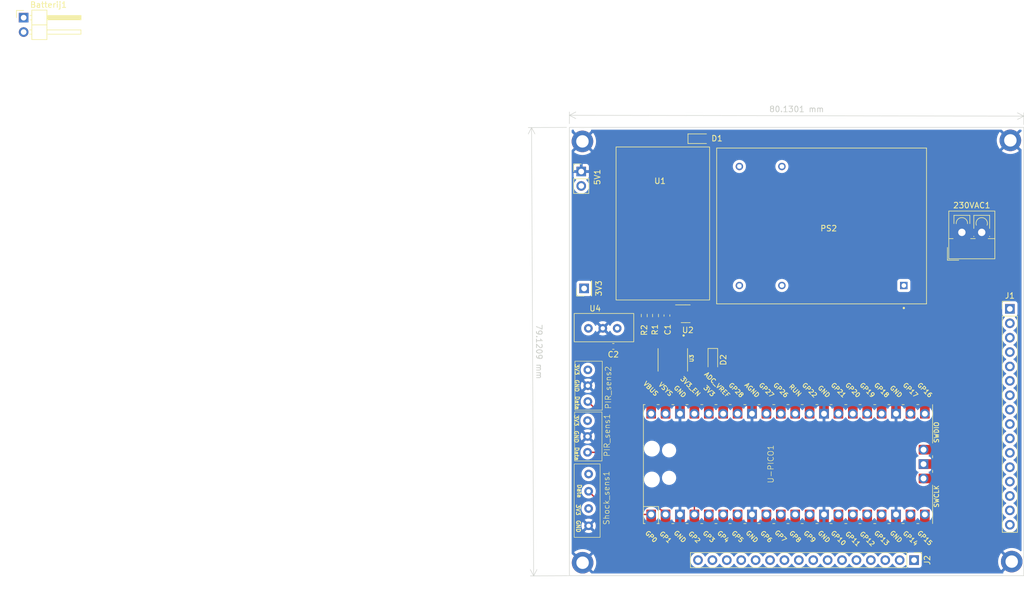
<source format=kicad_pcb>
(kicad_pcb (version 20221018) (generator pcbnew)
  (layers (0 "F.Cu" mixed "Signal&Power1") (1 "In1.Cu" mixed "GND1") (2 "In2.Cu" mixed "Signal&Power2") (31 "B.Cu" mixed "GND2") (34 "B.Paste" user) (35 "F.Paste" user) (36 "B.SilkS" user "B.Silkscreen") (37 "F.SilkS" user "F.Silkscreen") (38 "B.Mask" user) (39 "F.Mask" user) (44 "Edge.Cuts" user))
  (net 0 "")
  (net 1 "3V3")
  (net 2 "+5V")
  (net 3 "BAT+")
  (net 4 "Net-(U2-VDD)")
  (net 5 "VBUS")
  (net 6 "RUN")
  (net 7 "ADC VREF")
  (net 8 "3V3 OUT")
  (net 9 "3V3 EN")
  (net 10 "GP28")
  (net 11 "GP27")
  (net 12 "GP26")
  (net 13 "GP22")
  (net 14 "GP21")
  (net 15 "GP20")
  (net 16 "GP19")
  (net 17 "GP18")
  (net 18 "GP17")
  (net 19 "GP16")
  (net 20 "GP15")
  (net 21 "GP14")
  (net 22 "GP13")
  (net 23 "GP12")
  (net 24 "GP11")
  (net 25 "GP10")
  (net 26 "GP9")
  (net 27 "GP8")
  (net 28 "GP7")
  (net 29 "GP6")
  (net 30 "GP5")
  (net 31 "GP4")
  (net 32 "GP3")
  (net 33 "GP2")
  (net 34 "GP1")
  (net 35 "GP0")
  (net 36 "P-")
  (net 37 "Net-(U2-VM)")
  (net 39 "Net-(U2-DO)")
  (net 40 "Net-(U2-CO)")
  (net 41 "OUT+")
  (net 42 "Net-(U3-Pad5)")
  (net 44 "Net-(230VAC1-Pin_2)")
  (net 45 "Net-(230VAC1-Pin_1)")
  (net 46 "GND")
  (net 47 "Net-(D1-A1)")
  (net 48 "Net-(D1-A2)")
  (footprint "LDO:LDO- TO220FP" (layer "F.Cu") (at 180.75 100.94)
    (fp_text reference "U4" (at -3.8 4.12 unlocked) (layer "F.SilkS"))
    (fp_text value "~")
    (fp_rect (start -7.5 5) (end 3 10) (stroke (width 0.12)) (fill none) (layer "F.SilkS"))
    (pad "1" thru_hole circle (at -5 7.62) (size 1.524 1.524) (drill 0.762) (layers "*.Cu" "*.Mask") (net 41 "OUT+"))
    (pad "2" thru_hole circle (at -2.46 7.62) (size 1.524 1.524) (drill 0.762) (layers "*.Cu" "*.Mask") (net 46 "GND"))
    (pad "3" thru_hole circle (at 0.08 7.62) (size 1.524 1.524) (drill 0.762) (layers "*.Cu" "*.Mask") (net 1 "3V3"))
  )
  (footprint "Package_TO_SOT_SMD:SOT-23-5" (layer "F.Cu") (at 192.9075 105.99)
    (fp_text reference "U2" (at 0.3825 2.89) (layer "F.SilkS"))
    (fp_text value "AP9101CK" hide)
    (fp_line (start 0 -1.56) (end -1.8 -1.56) (stroke (width 0.12)) (layer "F.SilkS"))
    (fp_line (start 0 -1.56) (end 0.8 -1.56) (stroke (width 0.12)) (layer "F.SilkS"))
    (fp_line (start 0 1.56) (end -0.8 1.56) (stroke (width 0.12)) (layer "F.SilkS"))
    (fp_line (start 0 1.56) (end 0.8 1.56) (stroke (width 0.12)) (layer "F.SilkS"))
    (pad "1" smd roundrect (at -1.1375 -0.95) (size 1.325 0.6) (layers "F.Cu" "F.Paste" "F.Mask") (net 37 "Net-(U2-VM)"))
    (pad "2" smd roundrect (at -1.1375 0) (size 1.325 0.6) (layers "F.Cu" "F.Paste" "F.Mask") (net 4 "Net-(U2-VDD)"))
    (pad "3" smd roundrect (at -1.1375 0.95) (size 1.325 0.6) (layers "F.Cu" "F.Paste" "F.Mask") (net 46 "GND"))
    (pad "4" smd roundrect (at 1.1375 0.95) (size 1.325 0.6) (layers "F.Cu" "F.Paste" "F.Mask") (net 39 "Net-(U2-DO)"))
    (pad "5" smd roundrect (at 1.1375 -0.95) (size 1.325 0.6) (layers "F.Cu" "F.Paste" "F.Mask") (net 40 "Net-(U2-CO)"))
  )
  (footprint "MountingHole:MountingHole_2.2mm_M2_DIN965_Pad" (layer "F.Cu") (at 174.7 75.57)
    (fp_text reference "H1" hide)
    (fp_text value "MountingHole_Pad" hide)
    (pad "1" thru_hole circle (at 0 0) (size 3.8 3.8) (drill 2.2) (layers "*.Cu" "*.Mask") (net 46 "GND"))
  )
  (footprint "TMPW_5-105:CONV_TMPW_5-105" (layer "F.Cu") (at 216.875 90.5)
    (fp_text reference "PS2" (at 1.25 0.43) (layer "F.SilkS"))
    (fp_text value "TMPW_5-105")
    (fp_line (start -18.5 13.75) (end -18.5 -13.75) (stroke (width 0.127)) (layer "F.SilkS"))
    (fp_line (start 18.5 -13.75) (end -18.5 -13.75) (stroke (width 0.127)) (layer "F.SilkS"))
    (fp_line (start 18.5 13.75) (end -18.5 13.75) (stroke (width 0.127)) (layer "F.SilkS"))
    (fp_line (start 18.5 13.75) (end 18.5 -13.75) (stroke (width 0.127)) (layer "F.SilkS"))
    (fp_circle (center 14.5 14.478) (end 14.6 14.478) (stroke (width 0.2)) (fill none) (layer "F.SilkS"))
    (pad "1" thru_hole rect (at 14.5 10.5) (size 1.308 1.308) (drill 0.8) (layers "*.Cu" "*.Mask"))
    (pad "2" thru_hole circle (at -7 10.5) (size 1.308 1.308) (drill 0.8) (layers "*.Cu" "*.Mask") (net 48 "Net-(D1-A2)"))
    (pad "3" thru_hole circle (at -14.5 10.5) (size 1.308 1.308) (drill 0.8) (layers "*.Cu" "*.Mask") (net 47 "Net-(D1-A1)"))
    (pad "4" thru_hole circle (at -14.5 -10.5) (size 1.308 1.308) (drill 0.8) (layers "*.Cu" "*.Mask") (net 44 "Net-(230VAC1-Pin_2)"))
    (pad "5" thru_hole circle (at -7 -10.5) (size 1.308 1.308) (drill 0.8) (layers "*.Cu" "*.Mask") (net 45 "Net-(230VAC1-Pin_1)"))
  )
  (footprint "TerminalBlock_4Ucon:TerminalBlock_4Ucon_1x02_P3.50mm_Vertical" (layer "F.Cu") (at 241.61 91.625)
    (fp_text reference "230VAC1" (at 1.75 -4.76) (layer "F.SilkS"))
    (fp_text value "Screw_Terminal_01x02")
    (fp_line (start -2.55 2.66) (end -2.55 4.9) (stroke (width 0.12)) (layer "F.SilkS"))
    (fp_line (start -2.55 4.9) (end -0.55 4.9) (stroke (width 0.12)) (layer "F.SilkS"))
    (fp_line (start -2.31 -3.76) (end -2.31 4.66) (stroke (width 0.12)) (layer "F.SilkS"))
    (fp_line (start -2.31 -3.76) (end 5.81 -3.76) (stroke (width 0.12)) (layer "F.SilkS"))
    (fp_line (start -2.31 1.101) (end -1.54 1.101) (stroke (width 0.12)) (layer "F.SilkS"))
    (fp_line (start -2.31 4.66) (end 5.81 4.66) (stroke (width 0.12)) (layer "F.SilkS"))
    (fp_line (start -1.4 -3) (end -1.4 -1.54) (stroke (width 0.12)) (layer "F.SilkS"))
    (fp_line (start -1.4 -3) (end 1.4 -3) (stroke (width 0.12)) (layer "F.SilkS"))
    (fp_line (start 1.4 -3) (end 1.4 -1.54) (stroke (width 0.12)) (layer "F.SilkS"))
    (fp_line (start 1.54 1.101) (end 2.367 1.101) (stroke (width 0.12)) (layer "F.SilkS"))
    (fp_line (start 2.1 -3) (end 2.1 -0.689) (stroke (width 0.12)) (layer "F.SilkS"))
    (fp_line (start 2.1 -3) (end 4.9 -3) (stroke (width 0.12)) (layer "F.SilkS"))
    (fp_line (start 2.1 0.689) (end 2.1 0.75) (stroke (width 0.12)) (layer "F.SilkS"))
    (fp_line (start 2.1 0.75) (end 2.101 0.75) (stroke (width 0.12)) (layer "F.SilkS"))
    (fp_line (start 4.634 1.101) (end 5.81 1.101) (stroke (width 0.12)) (layer "F.SilkS"))
    (fp_line (start 4.9 -3) (end 4.9 -0.689) (stroke (width 0.12)) (layer "F.SilkS"))
    (fp_line (start 4.9 0.689) (end 4.9 0.75) (stroke (width 0.12)) (layer "F.SilkS"))
    (fp_line (start 4.9 0.75) (end 4.9 0.75) (stroke (width 0.12)) (layer "F.SilkS"))
    (fp_line (start 5.81 -3.76) (end 5.81 4.66) (stroke (width 0.12)) (layer "F.SilkS"))
    (fp_arc (start -0.99789 -1.529434) (mid -0.000785 -2.600382) (end 0.998 -1.531) (stroke (width 0.12)) (layer "F.SilkS"))
    (fp_arc (start 2.560085 -1.257767) (mid 3.499876 -2.600282) (end 4.44 -1.258) (stroke (width 0.12)) (layer "F.SilkS"))
    (pad "1" thru_hole rect (at 0 0) (size 2.6 2.6) (drill 1.3) (layers "*.Cu" "*.Mask") (net 45 "Net-(230VAC1-Pin_1)"))
    (pad "2" thru_hole circle (at 3.5 0) (size 2.6 2.6) (drill 1.3) (layers "*.Cu" "*.Mask") (net 44 "Net-(230VAC1-Pin_2)"))
  )
  (footprint "Diode_SMD:D_SOD-323_HandSoldering" (layer "F.Cu") (at 195.325 75.1)
    (fp_text reference "D1" (at 3.1 -0.05) (layer "F.SilkS"))
    (fp_text value "ESD9B3.3ST5G" hide)
    (fp_line (start -2.01 -0.85) (end -2.01 0.85) (stroke (width 0.12)) (layer "F.SilkS"))
    (fp_line (start -2.01 -0.85) (end 1.25 -0.85) (stroke (width 0.12)) (layer "F.SilkS"))
    (fp_line (start -2.01 0.85) (end 1.25 0.85) (stroke (width 0.12)) (layer "F.SilkS"))
    (pad "1" smd roundrect (at -1.25 0) (size 1 1) (layers "F.Cu" "F.Paste" "F.Mask") (net 47 "Net-(D1-A1)"))
    (pad "2" smd roundrect (at 1.25 0) (size 1 1) (layers "F.Cu" "F.Paste" "F.Mask") (net 48 "Net-(D1-A2)"))
  )
  (footprint "Capacitor_SMD:C_0603_1608Metric" (layer "F.Cu") (at 189.6 106.305 -90)
    (fp_text reference "C1" (at 2.485 -0.14 90) (layer "F.SilkS"))
    (fp_text value "100n" hide)
    (fp_line (start -0.14058 -0.51) (end 0.14058 -0.51) (stroke (width 0.12)) (layer "F.SilkS"))
    (fp_line (start -0.14058 0.51) (end 0.14058 0.51) (stroke (width 0.12)) (layer "F.SilkS"))
    (pad "1" smd roundrect (at -0.775 0 270) (size 0.9 0.95) (layers "F.Cu" "F.Paste" "F.Mask") (net 4 "Net-(U2-VDD)"))
    (pad "2" smd roundrect (at 0.775 0 270) (size 0.9 0.95) (layers "F.Cu" "F.Paste" "F.Mask") (net 46 "GND"))
  )
  (footprint "Connector_PinHeader_2.54mm:PinHeader_1x01_P2.54mm_Vertical" (layer "F.Cu") (at 175 101.52 90)
    (fp_text reference "3V3" (at 0.01 2.59 90) (layer "F.SilkS"))
    (fp_text value "Conn_01x01_Socket" hide)
    (fp_line (start -1.33 -1.33) (end 0 -1.33) (stroke (width 0.12)) (layer "F.SilkS"))
    (fp_line (start -1.33 0) (end -1.33 -1.33) (stroke (width 0.12)) (layer "F.SilkS"))
    (fp_line (start -1.33 1.27) (end -1.33 1.33) (stroke (width 0.12)) (layer "F.SilkS"))
    (fp_line (start -1.33 1.27) (end 1.33 1.27) (stroke (width 0.12)) (layer "F.SilkS"))
    (fp_line (start -1.33 1.33) (end 1.33 1.33) (stroke (width 0.12)) (layer "F.SilkS"))
    (fp_line (start 1.33 1.27) (end 1.33 1.33) (stroke (width 0.12)) (layer "F.SilkS"))
    (pad "1" thru_hole rect (at 0 0 90) (size 1.7 1.7) (drill 1) (layers "*.Cu" "*.Mask") (net 1 "3V3"))
  )
  (footprint "MountingHole:MountingHole_2.2mm_M2_DIN965_Pad" (layer "F.Cu") (at 250.16 75.39)
    (fp_text reference "H3" hide)
    (fp_text value "MountingHole_Pad" hide)
    (pad "1" thru_hole circle (at 0 0) (size 3.8 3.8) (drill 2.2) (layers "*.Cu" "*.Mask") (net 46 "GND"))
  )
  (footprint "Capacitor_SMD:C_0603_1608Metric" (layer "F.Cu") (at 180.145 111.75 180)
    (fp_text reference "C2" (at 0 -1.43) (layer "F.SilkS"))
    (fp_text value "100n" hide)
    (fp_line (start -0.14058 -0.51) (end 0.14058 -0.51) (stroke (width 0.12)) (layer "F.SilkS"))
    (fp_line (start -0.14058 0.51) (end 0.14058 0.51) (stroke (width 0.12)) (layer "F.SilkS"))
    (pad "1" smd roundrect (at -0.775 0 180) (size 0.9 0.95) (layers "F.Cu" "F.Paste" "F.Mask") (net 1 "3V3"))
    (pad "2" smd roundrect (at 0.775 0 180) (size 0.9 0.95) (layers "F.Cu" "F.Paste" "F.Mask") (net 46 "GND"))
  )
  (footprint "Connector_PinHeader_2.54mm:PinHeader_1x16_P2.54mm_Vertical" (layer "F.Cu") (at 233.18 149.47 -90)
    (fp_text reference "J2" (at 0 -2.33 90) (layer "F.SilkS"))
    (fp_text value "Conn_01x16_Socket")
    (fp_line (start -1.33 -1.33) (end 0 -1.33) (stroke (width 0.12)) (layer "F.SilkS"))
    (fp_line (start -1.33 0) (end -1.33 -1.33) (stroke (width 0.12)) (layer "F.SilkS"))
    (fp_line (start -1.33 1.27) (end -1.33 39.43) (stroke (width 0.12)) (layer "F.SilkS"))
    (fp_line (start -1.33 1.27) (end 1.33 1.27) (stroke (width 0.12)) (layer "F.SilkS"))
    (fp_line (start -1.33 39.43) (end 1.33 39.43) (stroke (width 0.12)) (layer "F.SilkS"))
    (fp_line (start 1.33 1.27) (end 1.33 39.43) (stroke (width 0.12)) (layer "F.SilkS"))
    (pad "1" thru_hole rect (at 0 0 270) (size 1.7 1.7) (drill 1) (layers "*.Cu" "*.Mask") (net 20 "GP15"))
    (pad "2" thru_hole oval (at 0 2.54 270) (size 1.7 1.7) (drill 1) (layers "*.Cu" "*.Mask") (net 21 "GP14"))
    (pad "3" thru_hole oval (at 0 5.08 270) (size 1.7 1.7) (drill 1) (layers "*.Cu" "*.Mask") (net 22 "GP13"))
    (pad "4" thru_hole oval (at 0 7.62 270) (size 1.7 1.7) (drill 1) (layers "*.Cu" "*.Mask") (net 23 "GP12"))
    (pad "5" thru_hole oval (at 0 10.16 270) (size 1.7 1.7) (drill 1) (layers "*.Cu" "*.Mask") (net 24 "GP11"))
    (pad "6" thru_hole oval (at 0 12.7 270) (size 1.7 1.7) (drill 1) (layers "*.Cu" "*.Mask") (net 25 "GP10"))
    (pad "7" thru_hole oval (at 0 15.24 270) (size 1.7 1.7) (drill 1) (layers "*.Cu" "*.Mask") (net 26 "GP9"))
    (pad "8" thru_hole oval (at 0 17.78 270) (size 1.7 1.7) (drill 1) (layers "*.Cu" "*.Mask") (net 27 "GP8"))
    (pad "9" thru_hole oval (at 0 20.32 270) (size 1.7 1.7) (drill 1) (layers "*.Cu" "*.Mask") (net 28 "GP7"))
    (pad "10" thru_hole oval (at 0 22.86 270) (size 1.7 1.7) (drill 1) (layers "*.Cu" "*.Mask") (net 29 "GP6"))
    (pad "11" thru_hole oval (at 0 25.4 270) (size 1.7 1.7) (drill 1) (layers "*.Cu" "*.Mask") (net 30 "GP5"))
    (pad "12" thru_hole oval (at 0 27.94 270) (size 1.7 1.7) (drill 1) (layers "*.Cu" "*.Mask") (net 31 "GP4"))
    (pad "13" thru_hole oval (at 0 30.48 270) (size 1.7 1.7) (drill 1) (layers "*.Cu" "*.Mask") (net 32 "GP3"))
    (pad "14" thru_hole oval (at 0 33.02 270) (size 1.7 1.7) (drill 1) (layers "*.Cu" "*.Mask") (net 33 "GP2"))
    (pad "15" thru_hole oval (at 0 35.56 270) (size 1.7 1.7) (drill 1) (layers "*.Cu" "*.Mask") (net 34 "GP1"))
    (pad "16" thru_hole oval (at 0 38.1 270) (size 1.7 1.7) (drill 1) (layers "*.Cu" "*.Mask") (net 35 "GP0"))
  )
  (footprint "Pico footprint:PICO" (layer "F.Cu") (at 208.41 132.52 90)
    (fp_text reference "U-PICO1" (at 0 -0.5 90 unlocked) (layer "F.SilkS") (effects (font (thickness 0.1))))
    (fp_text value "~")
    (fp_text user "GP3" (at -12.8 -11.43 135) (layer "F.SilkS") (effects (font (size 0.8 0.8))))
    (fp_text user "3V3" (at 12.9 -11.36 135) (layer "F.SilkS") (effects (font (size 0.8 0.8))))
    (fp_text user "VSYS" (at 13.2 -19.05 135) (layer "F.SilkS") (effects (font (size 0.8 0.8))))
    (fp_text user "GP16" (at 13.054 26.67 135) (layer "F.SilkS") (effects (font (size 0.8 0.8))))
    (fp_text user "SWDIO" (at 5.6 28.74 90) (layer "F.SilkS") (effects (font (size 0.8 0.8))))
    (fp_text user "GP2" (at -12.9 -13.97 135) (layer "F.SilkS") (effects (font (size 0.8 0.8))))
    (fp_text user "GP0" (at -12.8 -21.59 135) (layer "F.SilkS") (effects (font (size 0.8 0.8))))
    (fp_text user "GP7" (at -12.7 1.24 135) (layer "F.SilkS") (effects (font (size 0.8 0.8))))
    (fp_text user "GP27" (at 13.054 -1.26 135) (layer "F.SilkS") (effects (font (size 0.8 0.8))))
    (fp_text user "GND" (at -12.8 -16.51 135) (layer "F.SilkS") (effects (font (size 0.8 0.8))))
    (fp_text user "SWCLK" (at -5.7 28.74 90) (layer "F.SilkS") (effects (font (size 0.8 0.8))))
    (fp_text user "GP9" (at -12.8 6.35 135) (layer "F.SilkS") (effects (font (size 0.8 0.8))))
    (fp_text user "GND" (at -12.8 -3.81 135) (layer "F.SilkS") (effects (font (size 0.8 0.8))))
    (fp_text user "GP11" (at -13.2 13.97 135) (layer "F.SilkS") (effects (font (size 0.8 0.8))))
    (fp_text user "GP10" (at -13.054 11.43 135) (layer "F.SilkS") (effects (font (size 0.8 0.8))))
    (fp_text user "GND" (at 12.8 -16.51 135) (layer "F.SilkS") (effects (font (size 0.8 0.8))))
    (fp_text user "GND" (at 12.8 8.89 135) (layer "F.SilkS") (effects (font (size 0.8 0.8))))
    (fp_text user "GP22" (at 13.054 6.35 135) (layer "F.SilkS") (effects (font (size 0.8 0.8))))
    (fp_text user "ADC_VREF" (at 14 -9.96 135) (layer "F.SilkS") (effects (font (size 0.8 0.8))))
    (fp_text user "GP1" (at -12.9 -19.06 135) (layer "F.SilkS") (effects (font (size 0.8 0.8))))
    (fp_text user "GP6" (at -12.8 -1.27 135) (layer "F.SilkS") (effects (font (size 0.8 0.8))))
    (fp_text user "GP26" (at 13.054 1.27 135) (layer "F.SilkS") (effects (font (size 0.8 0.8))))
    (fp_text user "GP14" (at -13.1 24.13 135) (layer "F.SilkS") (effects (font (size 0.8 0.8))))
    (fp_text user "GP8" (at -12.8 3.81 135) (layer "F.SilkS") (effects (font (size 0.8 0.8))))
    (fp_text user "VBUS" (at 13.3 -21.66 135) (layer "F.SilkS") (effects (font (size 0.8 0.8))))
    (fp_text user "GP21" (at 13.054 11.44 135) (layer "F.SilkS") (effects (font (size 0.8 0.8))))
    (fp_text user "GND" (at -12.8 21.59 135) (layer "F.SilkS") (effects (font (size 0.8 0.8))))
    (fp_text user "3V3_EN" (at 13.7 -14.66 135) (layer "F.SilkS") (effects (font (size 0.8 0.8))))
    (fp_text user "AGND" (at 13.054 -3.81 135) (layer "F.SilkS") (effects (font (size 0.8 0.8))))
    (fp_text user "GP20" (at 13.054 13.97 135) (layer "F.SilkS") (effects (font (size 0.8 0.8))))
    (fp_text user "GND" (at 12.8 21.59 135) (layer "F.SilkS") (effects (font (size 0.8 0.8))))
    (fp_text user "GP19" (at 13.054 16.51 135) (layer "F.SilkS") (effects (font (size 0.8 0.8))))
    (fp_text user "GND" (at -12.8 8.89 135) (layer "F.SilkS") (effects (font (size 0.8 0.8))))
    (fp_text user "RUN" (at 13 3.81 135) (layer "F.SilkS") (effects (font (size 0.8 0.8))))
    (fp_text user "GP12" (at -13.2 16.51 135) (layer "F.SilkS") (effects (font (size 0.8 0.8))))
    (fp_text user "GP17" (at 13.054 24.13 135) (layer "F.SilkS") (effects (font (size 0.8 0.8))))
    (fp_text user "GP18" (at 13.054 19.05 135) (layer "F.SilkS") (effects (font (size 0.8 0.8))))
    (fp_text user "GP13" (at -13.054 19.05 135) (layer "F.SilkS") (effects (font (size 0.8 0.8))))
    (fp_text user "GP5" (at -12.8 -6.35 135) (layer "F.SilkS") (effects (font (size 0.8 0.8))))
    (fp_text user "GP28" (at 13.054 -6.604 135) (layer "F.SilkS") (effects (font (size 0.8 0.8))))
    (fp_text user "GP15" (at -13.054 26.67 135) (layer "F.SilkS") (effects (font (size 0.8 0.8))))
    (fp_text user "GP4" (at -12.8 -8.89 135) (layer "F.SilkS") (effects (font (size 0.8 0.8))))
    (fp_line (start -10.5 -22.96) (end -10.5 -22.66) (stroke (width 0.12)) (layer "F.SilkS"))
    (fp_line (start -10.5 -22.96) (end 10.5 -22.96) (stroke (width 0.12)) (layer "F.SilkS"))
    (fp_line (start -10.5 -20.56) (end -10.5 -20.16) (stroke (width 0.12)) (layer "F.SilkS"))
    (fp_line (start -10.5 -20.293) (end -7.493 -20.293) (stroke (width 0.12)) (layer "F.SilkS"))
    (fp_line (start -10.5 -17.96) (end -10.5 -17.56) (stroke (width 0.12)) (layer "F.SilkS"))
    (fp_line (start -10.5 -15.46) (end -10.5 -15.06) (stroke (width 0.12)) (layer "F.SilkS"))
    (fp_line (start -10.5 -12.86) (end -10.5 -12.46) (stroke (width 0.12)) (layer "F.SilkS"))
    (fp_line (start -10.5 -10.36) (end -10.5 -9.96) (stroke (width 0.12)) (layer "F.SilkS"))
    (fp_line (start -10.5 -7.86) (end -10.5 -7.46) (stroke (width 0.12)) (layer "F.SilkS"))
    (fp_line (start -10.5 -5.26) (end -10.5 -4.86) (stroke (width 0.12)) (layer "F.SilkS"))
    (fp_line (start -10.5 -2.76) (end -10.5 -2.36) (stroke (width 0.12)) (layer "F.SilkS"))
    (fp_line (start -10.5 -0.16) (end -10.5 0.24) (stroke (width 0.12)) (layer "F.SilkS"))
    (fp_line (start -10.5 2.34) (end -10.5 2.74) (stroke (width 0.12)) (layer "F.SilkS"))
    (fp_line (start -10.5 4.84) (end -10.5 5.24) (stroke (width 0.12)) (layer "F.SilkS"))
    (fp_line (start -10.5 7.44) (end -10.5 7.84) (stroke (width 0.12)) (layer "F.SilkS"))
    (fp_line (start -10.5 9.94) (end -10.5 10.34) (stroke (width 0.12)) (layer "F.SilkS"))
    (fp_line (start -10.5 12.54) (end -10.5 12.94) (stroke (width 0.12)) (layer "F.SilkS"))
    (fp_line (start -10.5 15.04) (end -10.5 15.44) (stroke (width 0.12)) (layer "F.SilkS"))
    (fp_line (start -10.5 17.64) (end -10.5 18.04) (stroke (width 0.12)) (layer "F.SilkS"))
    (fp_line (start -10.5 20.14) (end -10.5 20.54) (stroke (width 0.12)) (layer "F.SilkS"))
    (fp_line (start -10.5 22.64) (end -10.5 23.04) (stroke (width 0.12)) (layer "F.SilkS"))
    (fp_line (start -10.5 25.24) (end -10.5 25.64) (stroke (width 0.12)) (layer "F.SilkS"))
    (fp_line (start -7.493 -20.293) (end -7.493 -22.96) (stroke (width 0.12)) (layer "F.SilkS"))
    (fp_line (start -3.7 28.04) (end -10.5 28.04) (stroke (width 0.12)) (layer "F.SilkS"))
    (fp_line (start -1.5 28.04) (end -1.1 28.04) (stroke (width 0.12)) (layer "F.SilkS"))
    (fp_line (start 1.1 28.04) (end 1.5 28.04) (stroke (width 0.12)) (layer "F.SilkS"))
    (fp_line (start 10.5 -22.96) (end 10.5 -22.66) (stroke (width 0.12)) (layer "F.SilkS"))
    (fp_line (start 10.5 -20.56) (end 10.5 -20.16) (stroke (width 0.12)) (layer "F.SilkS"))
    (fp_line (start 10.5 -17.96) (end 10.5 -17.56) (stroke (width 0.12)) (layer "F.SilkS"))
    (fp_line (start 10.5 -15.46) (end 10.5 -15.06) (stroke (width 0.12)) (layer "F.SilkS"))
    (fp_line (start 10.5 -12.86) (end 10.5 -12.46) (stroke (width 0.12)) (layer "F.SilkS"))
    (fp_line (start 10.5 -10.36) (end 10.5 -9.96) (stroke (width 0.12)) (layer "F.SilkS"))
    (fp_line (start 10.5 -7.86) (end 10.5 -7.46) (stroke (width 0.12)) (layer "F.SilkS"))
    (fp_line (start 10.5 -5.26) (end 10.5 -4.86) (stroke (width 0.12)) (layer "F.SilkS"))
    (fp_line (start 10.5 -2.76) (end 10.5 -2.36) (stroke (width 0.12)) (layer "F.SilkS"))
    (fp_line (start 10.5 -0.16) (end 10.5 0.24) (stroke (width 0.12)) (layer "F.SilkS"))
    (fp_line (start 10.5 2.34) (end 10.5 2.74) (stroke (width 0.12)) (layer "F.SilkS"))
    (fp_line (start 10.5 4.84) (end 10.5 5.24) (stroke (width 0.12)) (layer "F.SilkS"))
    (fp_line (start 10.5 7.44) (end 10.5 7.84) (stroke (width 0.12)) (layer "F.SilkS"))
    (fp_line (start 10.5 9.94) (end 10.5 10.34) (stroke (width 0.12)) (layer "F.SilkS"))
    (fp_line (start 10.5 12.54) (end 10.5 12.94) (stroke (width 0.12)) (layer "F.SilkS"))
    (fp_line (start 10.5 15.04) (end 10.5 15.44) (stroke (width 0.12)) (layer "F.SilkS"))
    (fp_line (start 10.5 17.64) (end 10.5 18.04) (stroke (width 0.12)) (layer "F.SilkS"))
    (fp_line (start 10.5 20.14) (end 10.5 20.54) (stroke (width 0.12)) (layer "F.SilkS"))
    (fp_line (start 10.5 22.64) (end 10.5 23.04) (stroke (width 0.12)) (layer "F.SilkS"))
    (fp_line (start 10.5 25.24) (end 10.5 25.64) (stroke (width 0.12)) (layer "F.SilkS"))
    (fp_line (start 10.5 28.04) (end 3.7 28.04) (stroke (width 0.12)) (layer "F.SilkS"))
    (pad "" np_thru_hole oval (at -2.725 -21.46 90) (size 1.8 1.8) (drill 1.8) (layers "*.Cu" "*.Mask"))
    (pad "" np_thru_hole oval (at -2.425 -18.43 90) (size 1.5 1.5) (drill 1.5) (layers "*.Cu" "*.Mask"))
    (pad "" np_thru_hole oval (at 2.425 -18.43 90) (size 1.5 1.5) (drill 1.5) (layers "*.Cu" "*.Mask"))
    (pad "" np_thru_hole oval (at 2.725 -21.46 90) (size 1.8 1.8) (drill 1.8) (layers "*.Cu" "*.Mask"))
    (pad "1" thru_hole oval (at -8.89 -21.59 90) (size 1.7 1.7) (drill 1.02) (layers "*.Cu" "*.Mask") (net 35 "GP0"))
    (pad "1" smd rect (at -8.89 -21.59 90) (size 3.5 1.7) (drill (offset -0.9 0)) (layers "F.Cu" "F.Mask") (net 35 "GP0"))
    (pad "2" thru_hole oval (at -8.89 -19.05 90) (size 1.7 1.7) (drill 1.02) (layers "*.Cu" "*.Mask") (net 34 "GP1"))
    (pad "2" smd rect (at -8.89 -19.05 90) (size 3.5 1.7) (drill (offset -0.9 0)) (layers "F.Cu" "F.Mask") (net 34 "GP1"))
    (pad "3" thru_hole rect (at -8.89 -16.51 90) (size 1.7 1.7) (drill 1.02) (layers "*.Cu" "*.Mask") (net 46 "GND"))
    (pad "3" smd rect (at -8.89 -16.51 90) (size 3.5 1.7) (drill (offset -0.9 0)) (layers "F.Cu" "F.Mask") (net 46 "GND"))
    (pad "4" thru_hole oval (at -8.89 -13.97 90) (size 1.7 1.7) (drill 1.02) (layers "*.Cu" "*.Mask") (net 33 "GP2"))
    (pad "4" smd rect (at -8.89 -13.97 90) (size 3.5 1.7) (drill (offset -0.9 0)) (layers "F.Cu" "F.Mask") (net 33 "GP2"))
    (pad "5" thru_hole oval (at -8.89 -11.43 90) (size 1.7 1.7) (drill 1.02) (layers "*.Cu" "*.Mask") (net 32 "GP3"))
    (pad "5" smd rect (at -8.89 -11.43 90) (size 3.5 1.7) (drill (offset -0.9 0)) (layers "F.Cu" "F.Mask") (net 32 "GP3"))
    (pad "6" thru_hole oval (at -8.89 -8.89 90) (size 1.7 1.7) (drill 1.02) (layers "*.Cu" "*.Mask") (net 31 "GP4"))
    (pad "6" smd rect (at -8.89 -8.89 90) (size 3.5 1.7) (drill (offset -0.9 0)) (layers "F.Cu" "F.Mask") (net 31 "GP4"))
    (pad "7" thru_hole oval (at -8.89 -6.35 90) (size 1.7 1.7) (drill 1.02) (layers "*.Cu" "*.Mask") (net 30 "GP5"))
    (pad "7" smd rect (at -8.89 -6.35 90) (size 3.5 1.7) (drill (offset -0.9 0)) (layers "F.Cu" "F.Mask") (net 30 "GP5"))
    (pad "8" thru_hole rect (at -8.89 -3.81 90) (size 1.7 1.7) (drill 1.02) (layers "*.Cu" "*.Mask") (net 46 "GND"))
    (pad "8" smd rect (at -8.89 -3.81 90) (size 3.5 1.7) (drill (offset -0.9 0)) (layers "F.Cu" "F.Mask") (net 46 "GND"))
    (pad "9" thru_hole oval (at -8.89 -1.27 90) (size 1.7 1.7) (drill 1.02) (layers "*.Cu" "*.Mask") (net 29 "GP6"))
    (pad "9" smd rect (at -8.89 -1.27 90) (size 3.5 1.7) (drill (offset -0.9 0)) (layers "F.Cu" "F.Mask") (net 29 "GP6"))
    (pad "10" thru_hole oval (at -8.89 1.27 90) (size 1.7 1.7) (drill 1.02) (layers "*.Cu" "*.Mask") (net 28 "GP7"))
    (pad "10" smd rect (at -8.89 1.27 90) (size 3.5 1.7) (drill (offset -0.9 0)) (layers "F.Cu" "F.Mask") (net 28 "GP7"))
    (pad "11" thru_hole oval (at -8.89 3.81 90) (size 1.7 1.7) (drill 1.02) (layers "*.Cu" "*.Mask") (net 27 "GP8"))
    (pad "11" smd rect (at -8.89 3.81 90) (size 3.5 1.7) (drill (offset -0.9 0)) (layers "F.Cu" "F.Mask") (net 27 "GP8"))
    (pad "12" thru_hole oval (at -8.89 6.35 90) (size 1.7 1.7) (drill 1.02) (layers "*.Cu" "*.Mask") (net 26 "GP9"))
    (pad "12" smd rect (at -8.89 6.35 90) (size 3.5 1.7) (drill (offset -0.9 0)) (layers "F.Cu" "F.Mask") (net 26 "GP9"))
    (pad "13" thru_hole rect (at -8.89 8.89 90) (size 1.7 1.7) (drill 1.02) (layers "*.Cu" "*.Mask") (net 46 "GND"))
    (pad "13" smd rect (at -8.89 8.89 90) (size 3.5 1.7) (drill (offset -0.9 0)) (layers "F.Cu" "F.Mask") (net 46 "GND"))
    (pad "14" thru_hole oval (at -8.89 11.43 90) (size 1.7 1.7) (drill 1.02) (layers "*.Cu" "*.Mask") (net 25 "GP10"))
    (pad "14" smd rect (at -8.89 11.43 90) (size 3.5 1.7) (drill (offset -0.9 0)) (layers "F.Cu" "F.Mask") (net 25 "GP10"))
    (pad "15" thru_hole oval (at -8.89 13.97 90) (size 1.7 1.7) (drill 1.02) (layers "*.Cu" "*.Mask") (net 24 "GP11"))
    (pad "15" smd rect (at -8.89 13.97 90) (size 3.5 1.7) (drill (offset -0.9 0)) (layers "F.Cu" "F.Mask") (net 24 "GP11"))
    (pad "16" thru_hole oval (at -8.89 16.51 90) (size 1.7 1.7) (drill 1.02) (layers "*.Cu" "*.Mask") (net 23 "GP12"))
    (pad "16" smd rect (at -8.89 16.51 90) (size 3.5 1.7) (drill (offset -0.9 0)) (layers "F.Cu" "F.Mask") (net 23 "GP12"))
    (pad "17" thru_hole oval (at -8.89 19.05 90) (size 1.7 1.7) (drill 1.02) (layers "*.Cu" "*.Mask") (net 22 "GP13"))
    (pad "17" smd rect (at -8.89 19.05 90) (size 3.5 1.7) (drill (offset -0.9 0)) (layers "F.Cu" "F.Mask") (net 22 "GP13"))
    (pad "18" thru_hole rect (at -8.89 21.59 90) (size 1.7 1.7) (drill 1.02) (layers "*.Cu" "*.Mask") (net 46 "GND"))
    (pad "18" smd rect (at -8.89 21.59 90) (size 3.5 1.7) (drill (offset -0.9 0)) (layers "F.Cu" "F.Mask") (net 46 "GND"))
    (pad "19" thru_hole oval (at -8.89 24.13 90) (size 1.7 1.7) (drill 1.02) (layers "*.Cu" "*.Mask") (net 21 "GP14"))
    (pad "19" smd rect (at -8.89 24.13 90) (size 3.5 1.7) (drill (offset -0.9 0)) (layers "F.Cu" "F.Mask") (net 21 "GP14"))
    (pad "20" thru_hole oval (at -8.89 26.67 90) (size 1.7 1.7) (drill 1.02) (layers "*.Cu" "*.Mask") (net 20 "GP15"))
    (pad "20" smd rect (at -8.89 26.67 90) (size 3.5 1.7) (drill (offset -0.9 0)) (layers "F.Cu" "F.Mask") (net 20 "GP15"))
    (pad "21" thru_hole oval (at 8.89 26.67 90) (size 1.7 1.7) (drill 1.02) (layers "*.Cu" "*.Mask") (net 19 "GP16"))
    (pad "21" smd rect (at 8.89 26.67 90) (size 3.5 1.7) (drill (offset 0.9 0)) (layers "F.Cu" "F.Mask") (net 19 "GP16"))
    (pad "22" thru_hole oval (at 8.89 24.13 90) (size 1.7 1.7) (drill 1.02) (layers "*.Cu" "*.Mask") (net 18 "GP17"))
    (pad "22" smd rect (at 8.89 24.13 90) (size 3.5 1.7) (drill (offset 0.9 0)) (layers "F.Cu" "F.Mask") (net 18 "GP17"))
    (pad "23" thru_hole rect (at 8.89 21.59 90) (size 1.7 1.7) (drill 1.02) (layers "*.Cu" "*.Mask") (net 46 "GND"))
    (pad "23" smd rect (at 8.89 21.59 90) (size 3.5 1.7) (drill (offset 0.9 0)) (layers "F.Cu" "F.Mask") (net 46 "GND"))
    (pad "24" thru_hole oval (at 8.89 19.05 90) (size 1.7 1.7) (drill 1.02) (layers "*.Cu" "*.Mask") (net 17 "GP18"))
    (pad "24" smd rect (at 8.89 19.05 90) (size 3.5 1.7) (drill (offset 0.9 0)) (layers "F.Cu" "F.Mask") (net 17 "GP18"))
    (pad "25" thru_hole oval (at 8.89 16.51 90) (size 1.7 1.7) (drill 1.02) (layers "*.Cu" "*.Mask") (net 16 "GP19"))
    (pad "25" smd rect (at 8.89 16.51 90) (size 3.5 1.7) (drill (offset 0.9 0)) (layers "F.Cu" "F.Mask") (net 16 "GP19"))
    (pad "26" thru_hole oval (at 8.89 13.97 90) (size 1.7 1.7) (drill 1.02) (layers "*.Cu" "*.Mask") (net 15 "GP20"))
    (pad "26" smd rect (at 8.89 13.97 90) (size 3.5 1.7) (drill (offset 0.9 0)) (layers "F.Cu" "F.Mask") (net 15 "GP20"))
    (pad "27" thru_hole oval (at 8.89 11.43 90) (size 1.7 1.7) (drill 1.02) (layers "*.Cu" "*.Mask") (net 14 "GP21"))
    (pad "27" smd rect (at 8.89 11.43 90) (size 3.5 1.7) (drill (offset 0.9 0)) (layers "F.Cu" "F.Mask") (net 14 "GP21"))
    (pad "28" thru_hole rect (at 8.89 8.89 90) (size 1.7 1.7) (drill 1.02) (layers "*.Cu" "*.Mask") (net 46 "GND"))
    (pad "28" smd rect (at 8.89 8.89 90) (size 3.5 1.7) (drill (offset 0.9 0)) (layers "F.Cu" "F.Mask") (net 46 "GND"))
    (pad "29" thru_hole oval (at 8.89 6.35 90) (size 1.7 1.7) (drill 1.02) (layers "*.Cu" "*.Mask") (net 13 "GP22"))
    (pad "29" smd rect (at 8.89 6.35 90) (size 3.5 1.7) (drill (offset 0.9 0)) (layers "F.Cu" "F.Mask") (net 13 "GP22"))
    (pad "30" thru_hole oval (at 8.89 3.81 90) (size 1.7 1.7) (drill 1.02) (layers "*.Cu" "*.Mask") (net 6 "RUN"))
    (pad "30" smd rect (at 8.89 3.81 90) (size 3.5 1.7) (drill (offset 0.9 0)) (layers "F.Cu" "F.Mask") (net 6 "RUN"))
    (pad "31" thru_hole oval (at 8.89 1.27 90) (size 1.7 1.7) (drill 1.02) (layers "*.Cu" "*.Mask") (net 12 "GP26"))
    (pad "31" smd rect (at 8.89 1.27 90) (size 3.5 1.7) (drill (offset 0.9 0)) (layers "F.Cu" "F.Mask") (net 12 "GP26"))
    (pad "32" thru_hole oval (at 8.89 -1.27 90) (size 1.7 1.7) (drill 1.02) (layers "*.Cu" "*.Mask") (net 11 "GP27"))
    (pad "32" smd rect (at 8.89 -1.27 90) (size 3.5 1.7) (drill (offset 0.9 0)) (layers "F.Cu" "F.Mask") (net 11 "GP27"))
    (pad "33" thru_hole rect (at 8.89 -3.81 90) (size 1.7 1.7) (drill 1.02) (layers "*.Cu" "*.Mask") (net 46 "GND"))
    (pad "33" smd rect (at 8.89 -3.81 90) (size 3.5 1.7) (drill (offset 0.9 0)) (layers "F.Cu" "F.Mask") (net 46 "GND"))
    (pad "34" thru_hole oval (at 8.89 -6.35 90) (size 1.7 1.7) (drill 1.02) (layers "*.Cu" "*.Mask") (net 10 "GP28"))
    (pad "34" smd rect (at 8.89 -6.35 90) (size 3.5 1.7) (drill (offset 0.9 0)) (layers "F.Cu" "F.Mask") (net 10 "GP28"))
    (pad "35" thru_hole oval (at 8.89 -8.89 90) (size 1.7 1.7) (drill 1.02) (layers "*.Cu" "*.Mask") (net 7 "ADC VREF"))
    (pad "35" smd rect (at 8.89 -8.89 90) (size 3.5 1.7) (drill (offset 0.9 0)) (layers "F.Cu" "F.Mask") (net 7 "ADC VREF"))
    (pad "36" thru_hole oval (at 8.89 -11.43 90) (size 1.7 1.7) (drill 1.02) (layers "*.Cu" "*.Mask") (net 8 "3V3 OUT"))
    (pad "36" smd rect (at 8.89 -11.43 90) (size 3.5 1.7) (drill (offset 0.9 0)) (layers "F.Cu" "F.Mask") (net 8 "3V3 OUT"))
    (pad "37" thru_hole oval (at 8.89 -13.97 90) (size 1.7 1.7) (drill 1.02) (layers "*.Cu" "*.Mask") (net 9 "3V3 EN"))
    (pad "37" smd rect (at 8.89 -13.97 90) (size 3.5 1.7) (drill (offset 0.9 0)) (layers "F.Cu" "F.Mask") (net 9 "3V3 EN"))
    (pad "38" thru_hole rect (at 8.89 -16.51 90) (size 1.7 1.7) (drill 1.02) (layers "*.Cu" "*.Mask") (net 46 "GND"))
    (pad "38" smd rect (at 8.89 -16.51 90) (size 3.5 1.7) (drill (offset 0.9 0)) (layers "F.Cu" "F.Mask") (net 46 "GND"))
    (pad "39" thru_hole oval (at 8.89 -19.05 90) (size 1.7 1.7) (drill 1.02) (layers "*.Cu" "*.Mask") (net 1 "3V3"))
    (pad "39" smd rect (at 8.89 -19.05 90) (size 3.5 1.7) (drill (offset 0.9 0)) (layers "F.Cu" "F.Mask") (net 1 "3V3"))
    (pad "40" thru_hole oval (at 8.89 -21.59 90) (size 1.7 1.7) (drill 1.02) (layers "*.Cu" "*.Mask") (net 5 "VBUS"))
    (pad "40" smd rect (at 8.89 -21.59 90) (size 3.5 1.7) (drill (offset 0.9 0)) (layers "F.Cu" "F.Mask") (net 5 "VBUS"))
    (pad "41" thru_hole oval (at -2.54 26.44 90) (size 1.7 1.7) (drill 1.02) (layers "*.Cu" "*.Mask"))
    (pad "41" smd rect (at -2.54 26.44 180) (size 3.5 1.7) (drill (offset -0.9 0)) (layers "F.Cu" "F.Mask"))
    (pad "42" thru_hole rect (at 0 26.44 90) (size 1.7 1.7) (drill 1.02) (layers "*.Cu" "*.Mask"))
    (pad "42" smd rect (at 0 26.44 180) (size 3.5 1.7) (drill (offset -0.9 0)) (layers "F.Cu" "F.Mask"))
    (pad "43" thru_hole oval (at 2.54 26.44 90) (size 1.7 1.7) (drill 1.02) (layers "*.Cu" "*.Mask"))
    (pad "43" smd rect (at 2.54 26.44 180) (size 3.5 1.7) (drill (offset -0.9 0)) (layers "F.Cu" "F.Mask"))
  )
  (footprint "BMS:bms" (layer "F.Cu") (at 173.88 79.31)
    (fp_text reference "U1" (at 14.5 3.25 unlocked) (layer "F.SilkS"))
    (fp_text value "~")
    (fp_rect (start 6.75 -2.75) (end 23.25 24.25) (stroke (width 0.12)) (fill none) (layer "F.SilkS"))
    (pad "1" smd rect (at 9.75 22) (size 1.524 1.524) (layers "F.Cu" "F.Paste" "F.Mask") (net 36 "P-"))
    (pad "2" smd rect (at 21 22) (size 1.524 1.524) (layers "F.Cu" "F.Paste" "F.Mask") (net 41 "OUT+"))
    (pad "3" smd rect (at 13 22) (size 1.524 1.524) (layers "F.Cu" "F.Paste" "F.Mask") (net 3 "BAT+"))
    (pad "4" smd rect (at 17.75 22) (size 1.524 1.524) (layers "F.Cu" "F.Paste" "F.Mask") (net 46 "GND"))
    (pad "5" smd rect (at 9.75 0) (size 1.524 1.524) (layers "F.Cu" "F.Paste" "F.Mask") (net 47 "Net-(D1-A1)"))
    (pad "6" smd rect (at 21 0) (size 1.524 1.524) (layers "F.Cu" "F.Paste" "F.Mask") (net 48 "Net-(D1-A2)"))
  )
  (footprint "PIRsens:PIR-SENS" (layer "F.Cu") (at 166.97 128.41 90)
    (fp_text reference "PIR_sens1" (at 0.97 12.07 90 unlocked) (layer "F.SilkS") (effects (font (thickness 0.1))))
    (fp_text value "~")
    (fp_rect (start -3.556 6.35) (end 5.08 11.176) (stroke (width 0.1)) (fill none) (layer "F.SilkS"))
    (pad "1" thru_hole circle (at 3.556 8.636 90) (size 1.524 1.524) (drill 0.762) (layers "*.Cu" "*.Mask") (net 1 "3V3"))
    (pad "2" thru_hole circle (at 0.762 8.636 90) (size 1.524 1.524) (drill 0.762) (layers "*.Cu" "*.Mask") (net 46 "GND"))
    (pad "3" thru_hole circle (at -2.032 8.636 90) (size 1.524 1.524) (drill 0.762) (layers "*.Cu" "*.Mask") (net 34 "GP1"))
  )
  (footprint "Connector_PinHeader_2.54mm:PinHeader_1x16_P2.54mm_Vertical" (layer "F.Cu") (at 250.07 105.13)
    (fp_text reference "J1" (at 0 -2.33) (layer "F.SilkS"))
    (fp_text value "Conn_01x16_Socket" hide)
    (fp_line (start -1.33 -1.33) (end 0 -1.33) (stroke (width 0.12)) (layer "F.SilkS"))
    (fp_line (start -1.33 0) (end -1.33 -1.33) (stroke (width 0.12)) (layer "F.SilkS"))
    (fp_line (start -1.33 1.27) (end -1.33 39.43) (stroke (width 0.12)) (layer "F.SilkS"))
    (fp_line (start -1.33 1.27) (end 1.33 1.27) (stroke (width 0.12)) (layer "F.SilkS"))
    (fp_line (start -1.33 39.43) (end 1.33 39.43) (stroke (width 0.12)) (layer "F.SilkS"))
    (fp_line (start 1.33 1.27) (end 1.33 39.43) (stroke (width 0.12)) (layer "F.SilkS"))
    (pad "1" thru_hole rect (at 0 0) (size 1.7 1.7) (drill 1) (layers "*.Cu" "*.Mask") (net 19 "GP16"))
    (pad "2" thru_hole oval (at 0 2.54) (size 1.7 1.7) (drill 1) (layers "*.Cu" "*.Mask") (net 18 "GP17"))
    (pad "3" thru_hole oval (at 0 5.08) (size 1.7 1.7) (drill 1) (layers "*.Cu" "*.Mask") (net 17 "GP18"))
    (pad "4" thru_hole oval (at 0 7.62) (size 1.7 1.7) (drill 1) (layers "*.Cu" "*.Mask") (net 16 "GP19"))
    (pad "5" thru_hole oval (at 0 10.16) (size 1.7 1.7) (drill 1) (layers "*.Cu" "*.Mask") (net 15 "GP20"))
    (pad "6" thru_hole oval (at 0 12.7) (size 1.7 1.7) (drill 1) (layers "*.Cu" "*.Mask") (net 14 "GP21"))
    (pad "7" thru_hole oval (at 0 15.24) (size 1.7 1.7) (drill 1) (layers "*.Cu" "*.Mask") (net 13 "GP22"))
    (pad "8" thru_hole oval (at 0 17.78) (size 1.7 1.7) (drill 1) (layers "*.Cu" "*.Mask") (net 6 "RUN"))
    (pad "9" thru_hole oval (at 0 20.32) (size 1.7 1.7) (drill 1) (layers "*.Cu" "*.Mask") (net 12 "GP26"))
    (pad "10" thru_hole oval (at 0 22.86) (size 1.7 1.7) (drill 1) (layers "*.Cu" "*.Mask") (net 11 "GP27"))
    (pad "11" thru_hole oval (at 0 25.4) (size 1.7 1.7) (drill 1) (layers "*.Cu" "*.Mask") (net 10 "GP28"))
    (pad "12" thru_hole oval (at 0 27.94) (size 1.7 1.7) (drill 1) (layers "*.Cu" "*.Mask") (net 7 "ADC VREF"))
    (pad "13" thru_hole oval (at 0 30.48) (size 1.7 1.7) (drill 1) (layers "*.Cu" "*.Mask") (net 8 "3V3 OUT"))
    (pad "14" thru_hole oval (at 0 33.02) (size 1.7 1.7) (drill 1) (layers "*.Cu" "*.Mask") (net 9 "3V3 EN"))
    (pad "15" thru_hole oval (at 0 35.56) (size 1.7 1.7) (drill 1) (layers "*.Cu" "*.Mask") (net 1 "3V3"))
    (pad "16" thru_hole oval (at 0 38.1) (size 1.7 1.7) (drill 1) (layers "*.Cu" "*.Mask") (net 5 "VBUS"))
  )
  (footprint "MountingHole:MountingHole_2.2mm_M2_DIN965_Pad" (layer "F.Cu") (at 174.73 149.93)
    (fp_text reference "H4" hide)
    (fp_text value "MountingHole_Pad" hide)
    (pad "1" thru_hole circle (at 0 0) (size 3.8 3.8) (drill 2.2) (layers "*.Cu" "*.Mask") (net 46 "GND"))
  )
  (footprint "MountingHole:MountingHole_2.2mm_M2_DIN965_Pad" (layer "F.Cu") (at 250.4 149.73)
    (fp_text reference "H2" hide)
    (fp_text value "MountingHole_Pad" hide)
    (pad "1" thru_hole circle (at 0 0) (size 3.8 3.8) (drill 2.2) (layers "*.Cu" "*.Mask") (net 46 "GND"))
  )
  (footprint "Connector_PinHeader_2.54mm:PinHeader_1x02_P2.54mm_Vertical" (layer "F.Cu") (at 174.49 80.89)
    (fp_text reference "5V1" (at 2.84 0.98 90) (layer "F.SilkS"))
    (fp_text value "Conn_01x02_Socket" hide)
    (fp_line (start -1.33 -1.33) (end 0 -1.33) (stroke (width 0.12)) (layer "F.SilkS"))
    (fp_line (start -1.33 0) (end -1.33 -1.33) (stroke (width 0.12)) (layer "F.SilkS"))
    (fp_line (start -1.33 1.27) (end -1.33 3.87) (stroke (width 0.12)) (layer "F.SilkS"))
    (fp_line (start -1.33 1.27) (end 1.33 1.27) (stroke (width 0.12)) (layer "F.SilkS"))
    (fp_line (start -1.33 3.87) (end 1.33 3.87) (stroke (width 0.12)) (layer "F.SilkS"))
    (fp_line (start 1.33 1.27) (end 1.33 3.87) (stroke (width 0.12)) (layer "F.SilkS"))
    (pad "1" thru_hole rect (at 0 0) (size 1.7 1.7) (drill 1) (layers "*.Cu" "*.Mask") (net 46 "GND"))
    (pad "2" thru_hole oval (at 0 2.54) (size 1.7 1.7) (drill 1) (layers "*.Cu" "*.Mask") (net 2 "+5V"))
  )
  (footprint "Shocksens:Schock-sens" (layer "F.Cu") (at 169.44 139.35 90)
    (fp_text reference "Shock_sens1" (at 0.85 9.5 90 unlocked) (layer "F.SilkS") (effects (font (thickness 0.1))))
    (fp_text value "~" hide)
    (fp_rect (start -6.096 3.81) (end 6.858 8.382) (stroke (width 0.1)) (fill none) (layer "F.SilkS"))
    (pad "1" thru_hole circle (at 5.08 6.35 90) (size 1.524 1.524) (drill 0.762) (layers "*.Cu" "*.Mask"))
    (pad "2" thru_hole circle (at 2.032 6.35 90) (size 1.524 1.524) (drill 0.762) (layers "*.Cu" "*.Mask") (net 35 "GP0"))
    (pad "3" thru_hole circle (at -1.016 6.35 90) (size 1.524 1.524) (drill 0.762) (layers "*.Cu" "*.Mask") (net 1 "3V3"))
    (pad "4" thru_hole circle (at -4.064 6.35 90) (size 1.524 1.524) (drill 0.762) (layers "*.Cu" "*.Mask") (net 46 "GND"))
  )
  (footprint "Connector_PinHeader_2.54mm:PinHeader_1x02_P2.54mm_Horizontal" (layer "F.Cu") (at 76.165 53.735)
    (fp_text reference "Batterij1" (at 4.385 -2.27) (layer "F.SilkS"))
    (fp_text value "Screw_Terminal_01x02")
    (fp_line (start -1.27 -1.27) (end 0 -1.27) (stroke (width 0.12)) (layer "F.SilkS"))
    (fp_line (start -1.27 0) (end -1.27 -1.27) (stroke (width 0.12)) (layer "F.SilkS"))
    (fp_line (start 1.042929 2.16) (end 1.44 2.16) (stroke (width 0.12)) (layer "F.SilkS"))
    (fp_line (start 1.042929 2.92) (end 1.44 2.92) (stroke (width 0.12)) (layer "F.SilkS"))
    (fp_line (start 1.11 -0.38) (end 1.44 -0.38) (stroke (width 0.12)) (layer "F.SilkS"))
    (fp_line (start 1.11 0.38) (end 1.44 0.38) (stroke (width 0.12)) (layer "F.SilkS"))
    (fp_line (start 1.44 -1.33) (end 1.44 3.87) (stroke (width 0.12)) (layer "F.SilkS"))
    (fp_line (start 1.44 1.27) (end 4.1 1.27) (stroke (width 0.12)) (layer "F.SilkS"))
    (fp_line (start 1.44 3.87) (end 4.1 3.87) (stroke (width 0.12)) (layer "F.SilkS"))
    (fp_line (start 4.1 -1.33) (end 1.44 -1.33) (stroke (width 0.12)) (layer "F.SilkS"))
    (fp_line (start 4.1 -0.38) (end 10.1 -0.38) (stroke (width 0.12)) (layer "F.SilkS"))
    (fp_line (start 4.1 -0.32) (end 10.1 -0.32) (stroke (width 0.12)) (layer "F.SilkS"))
    (fp_line (start 4.1 -0.2) (end 10.1 -0.2) (stroke (width 0.12)) (layer "F.SilkS"))
    (fp_line (start 4.1 -0.08) (end 10.1 -0.08) (stroke (width 0.12)) (layer "F.SilkS"))
    (fp_line (start 4.1 0.04) (end 10.1 0.04) (stroke (width 0.12)) (layer "F.SilkS"))
    (fp_line (start 4.1 0.16) (end 10.1 0.16) (stroke (width 0.12)) (layer "F.SilkS"))
    (fp_line (start 4.1 0.28) (end 10.1 0.28) (stroke (width 0.12)) (layer "F.SilkS"))
    (fp_line (start 4.1 2.16) (end 10.1 2.16) (stroke (width 0.12)) (layer "F.SilkS"))
    (fp_line (start 4.1 3.87) (end 4.1 -1.33) (stroke (width 0.12)) (layer "F.SilkS"))
    (fp_line (start 10.1 -0.38) (end 10.1 0.38) (stroke (width 0.12)) (layer "F.SilkS"))
    (fp_line (start 10.1 0.38) (end 4.1 0.38) (stroke (width 0.12)) (layer "F.SilkS"))
    (fp_line (start 10.1 2.16) (end 10.1 2.92) (stroke (width 0.12)) (layer "F.SilkS"))
    (fp_line (start 10.1 2.92) (end 4.1 2.92) (stroke (width 0.12)) (layer "F.SilkS"))
    (pad "1" thru_hole rect (at 0 0) (size 1.7 1.7) (drill 1) (layers "*.Cu" "*.Mask") (net 46 "GND"))
    (pad "2" thru_hole oval (at 0 2.54) (size 1.7 1.7) (drill 1) (layers "*.Cu" "*.Mask") (net 3 "BAT+"))
  )
  (footprint "PIRsens:PIR-SENS" (layer "F.Cu") (at 167.024 119.448 90)
    (fp_text reference "PIR_sens2" (at 0.436 12.236 90 unlocked) (layer "F.SilkS") (effects (font (thickness 0.1))))
    (fp_text value "~")
    (fp_rect (start -3.556 6.35) (end 5.08 11.176) (stroke (width 0.1)) (fill none) (layer "F.SilkS"))
    (pad "1" thru_hole circle (at 3.556 8.636 90) (size 1.524 1.524) (drill 0.762) (layers "*.Cu" "*.Mask") (net 1 "3V3"))
    (pad "2" thru_hole circle (at 0.762 8.636 90) (size 1.524 1.524) (drill 0.762) (layers "*.Cu" "*.Mask") (net 46 "GND"))
    (pad "3" thru_hole circle (at -2.032 8.636 90) (size 1.524 1.524) (drill 0.762) (layers "*.Cu" "*.Mask") (net 33 "GP2"))
  )
  (footprint "Resistor_SMD:R_0603_1608Metric" (layer "F.Cu") (at 187.59 106.305 90)
    (fp_text reference "R1" (at -2.495 -0.1 90) (layer "F.SilkS"))
    (fp_text value "330" hide)
    (fp_line (start -0.237258 -0.5225) (end 0.237258 -0.5225) (stroke (width 0.12)) (layer "F.SilkS"))
    (fp_line (start -0.237258 0.5225) (end 0.237258 0.5225) (stroke (width 0.12)) (layer "F.SilkS"))
    (pad "1" smd roundrect (at -0.825 0 90) (size 0.8 0.95) (layers "F.Cu" "F.Paste" "F.Mask") (net 3 "BAT+"))
    (pad "2" smd roundrect (at 0.825 0 90) (size 0.8 0.95) (layers "F.Cu" "F.Paste" "F.Mask") (net 4 "Net-(U2-VDD)"))
  )
  (footprint "Diode_SMD:D_SOD-323_HandSoldering" (layer "F.Cu") (at 197.7 114.125 -90)
    (fp_text reference "D2" (at 0 -1.85 90) (layer "F.SilkS"))
    (fp_text value "ESD9B3.3ST5G")
    (fp_line (start -2.01 -0.85) (end -2.01 0.85) (stroke (width 0.12)) (layer "F.SilkS"))
    (fp_line (start -2.01 -0.85) (end 1.25 -0.85) (stroke (width 0.12)) (layer "F.SilkS"))
    (fp_line (start -2.01 0.85) (end 1.25 0.85) (stroke (width 0.12)) (layer "F.SilkS"))
    (pad "1" smd roundrect (at -1.25 0 270) (size 1 1) (layers "F.Cu" "F.Paste" "F.Mask") (net 46 "GND"))
    (pad "2" smd roundrect (at 1.25 0 270) (size 1 1) (layers "F.Cu" "F.Paste" "F.Mask") (net 1 "3V3"))
  )
  (footprint "Resistor_SMD:R_0603_1608Metric" (layer "F.Cu") (at 185.6 106.305 -90)
    (fp_text reference "R2" (at 2.575 0 90) (layer "F.SilkS"))
    (fp_text value "2K7" hide)
    (fp_line (start -0.237258 -0.5225) (end 0.237258 -0.5225) (stroke (width 0.12)) (layer "F.SilkS"))
    (fp_line (start -0.237258 0.5225) (end 0.237258 0.5225) (stroke (width 0.12)) (layer "F.SilkS"))
    (pad "1" smd roundrect (at -0.825 0 270) (size 0.8 0.95) (layers "F.Cu" "F.Paste" "F.Mask") (net 36 "P-"))
    (pad "2" smd roundrect (at 0.825 0 270) (size 0.8 0.95) (layers "F.Cu" "F.Paste" "F.Mask") (net 37 "Net-(U2-VM)"))
  )
  (footprint "MOSFET footprint:SOIC127P600X175-8N" (layer "F.Cu") (at 190.64 114.1275 -90)
    (fp_text reference "U3" (at -0.268808 -3.316447 90) (layer "F.SilkS") (effects (font (size 0.641947 0.641947))))
    (fp_text value "SP8K32FRATB")
    (fp_line (start -2 -2.6) (end 2 -2.6) (stroke (width 0.127)) (layer "F.SilkS"))
    (fp_line (start -2 2.6) (end 2 2.6) (stroke (width 0.127)) (layer "F.SilkS"))
    (fp_circle (center -4.3 -1.9) (end -4.2 -1.9) (stroke (width 0.2)) (fill none) (layer "F.SilkS"))
    (pad "1" smd roundrect (at -2.74 -1.905 270) (size 1.53 0.59) (layers "F.Cu" "F.Paste" "F.Mask") (roundrect_rratio 0.04) (net 36 "P-"))
    (pad "2" smd roundrect (at -2.74 -0.635 270) (size 1.53 0.59) (layers "F.Cu" "F.Paste" "F.Mask") (roundrect_rratio 0.04) (net 40 "Net-(U2-CO)"))
    (pad "3" smd roundrect (at -2.74 0.635 270) (size 1.53 0.59) (layers "F.Cu" "F.Paste" "F.Mask") (roundrect_rratio 0.04) (net 46 "GND"))
    (pad "4" smd roundrect (at -2.74 1.905 270) (size 1.53 0.59) (layers "F.Cu" "F.Paste" "F.Mask") (roundrect_rratio 0.04) (net 39 "Net-(U2-DO)"))
    (pad "5" smd roundrect (at 2.74 1.905 90) (size 1.53 0.59) (layers "F.Cu" "F.Paste" "F.Mask") (roundrect_rratio 0.04) (net 42 "Net-(U3-Pad5)"))
    (pad "6" smd roundrect (at 2.74 0.635 90) (size 1.53 0.59) (layers "F.Cu" "F.Paste" "F.Mask") (roundrect_rratio 0.04))
    (pad "7" smd roundrect (at 2.74 -0.635 90) (size 1.53 0.59) (layers "F.Cu" "F.Paste" "F.Mask") (roundrect_rratio 0.04) (net 42 "Net-(U3-Pad5)"))
    (pad "8" smd roundrect (at 2.74 -1.905 90) (size 1.53 0.59) (layers "F.Cu" "F.Paste" "F.Mask") (roundrect_rratio 0.04))
  )
  (gr_rect (start 172.4 73.1) (end 252.53 152.22) (stroke (width 0.1)) (fill none) (layer "Edge.Cuts"))
  (gr_text "GND" (at 173.56 142.34 270) (layer "F.SilkS") (effects (font (size 0.7 0.7)) (justify left bottom)))
  (gr_text "GND" (at 173.3 117.53 270) (layer "F.SilkS") (effects (font (size 0.7 0.7)) (justify left bottom)))
  (gr_text "Data" (at 173.38 120.43 270) (layer "F.SilkS") (effects (font (size 0.7 0.7)) (justify left bottom)))
  (gr_text "3V3" (at 173.32 114.77 270) (layer "F.SilkS") (effects (font (size 0.7 0.7)) (justify left bottom)))
  (gr_text "Data" (at 173.76 136.01 270) (layer "F.SilkS") (effects (font (size 0.7 0.7)) (justify left bottom)))
  (gr_text "GND" (at 173.22 126.53 270) (layer "F.SilkS") (effects (font (size 0.7 0.7)) (justify left bottom)))
  (gr_text "3V3" (at 173.54 139.54 270) (layer "F.SilkS") (effects (font (size 0.7 0.7)) (justify left bottom)))
  (gr_text "Data" (at 173.3 129.43 270) (layer "F.SilkS") (effects (font (size 0.7 0.7)) (justify left bottom)))
  (gr_text "3V3" (at 173.24 123.77 270) (layer "F.SilkS") (effects (font (size 0.7 0.7)) (justify left bottom)))
  (dimension (type aligned) (layer "Edge.Cuts") (pts (xy 172.4 73.1) (xy 172.77 152.22)) (height 6.67) (gr_text "79,1209 mm" (at 167.06506 112.685814 270.2679384) (layer "Edge.Cuts") (effects (font (size 1 1) (thickness 0.15)))) (format (prefix "") (suffix "") (units 3) (units_format 1) (precision 4)) (style (thickness 0.1) (arrow_length 1.27) (text_position_mode 0) (extension_height 0.58642) (extension_offset 0.5) keep_text_aligned))
  (dimension (type aligned) (layer "Edge.Cuts") (pts (xy 172.4 72.95) (xy 252.53 73.1)) (height -1.987) (gr_text "80,1301 mm" (at 212.470873 69.888005 359.8927448) (layer "Edge.Cuts") (effects (font (size 1 1) (thickness 0.15)))) (format (prefix "") (suffix "") (units 3) (units_format 1) (precision 4)) (style (thickness 0.1) (arrow_length 1.27) (text_position_mode 0) (extension_height 0.58642) (extension_offset 0.5) keep_text_aligned))
  (segment (start 194.44 136.07) (end 190.77 132.4) (width 0.25) (layer "F.Cu") (net 33))
  (segment (start 190.77 132.4) (end 186.58 132.4) (width 0.25) (layer "F.Cu") (net 33))
  (segment (start 194.44 141.41) (end 194.44 136.07) (width 0.25) (layer "F.Cu") (net 33))
  (segment (start 186.58 132.4) (end 175.66 121.48) (width 0.25) (layer "F.Cu") (net 33))
  (segment (start 178.392 130.442) (end 175.606 130.442) (width 0.25) (layer "F.Cu") (net 34))
  (segment (start 189.36 141.41) (end 178.392 130.442) (width 0.25) (layer "F.Cu") (net 34))
  (segment (start 179.882 141.41) (end 175.79 137.318) (width 0.25) (layer "F.Cu") (net 35))
  (segment (start 186.82 141.41) (end 179.882 141.41) (width 0.25) (layer "F.Cu") (net 35))
  (zone (net 46) (net_name "GND") (layer "B.Cu") (priority 1) (connect_pads (clearance 0.5)) (min_thickness 0.25) (fill yes (thermal_gap 0.5) (thermal_bridge_width 0.5))
    (polygon (pts (xy 252.54 73.1) (xy 252.54 152.23) (xy 172.4 152.22) (xy 172.4 73.1)))
  )
)
</source>
